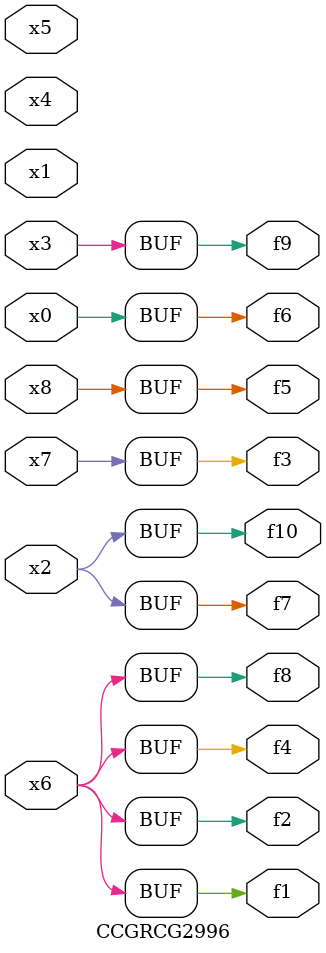
<source format=v>
module CCGRCG2996(
	input x0, x1, x2, x3, x4, x5, x6, x7, x8,
	output f1, f2, f3, f4, f5, f6, f7, f8, f9, f10
);
	assign f1 = x6;
	assign f2 = x6;
	assign f3 = x7;
	assign f4 = x6;
	assign f5 = x8;
	assign f6 = x0;
	assign f7 = x2;
	assign f8 = x6;
	assign f9 = x3;
	assign f10 = x2;
endmodule

</source>
